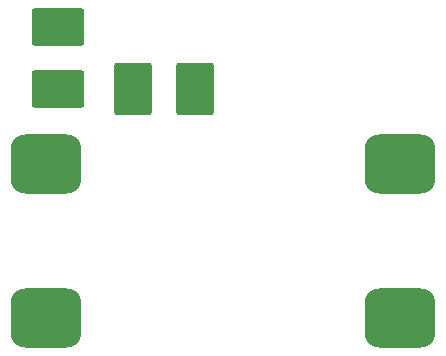
<source format=gbr>
%TF.GenerationSoftware,KiCad,Pcbnew,8.0.2*%
%TF.CreationDate,2024-06-16T11:32:46+08:00*%
%TF.ProjectId,receiver,72656365-6976-4657-922e-6b696361645f,rev?*%
%TF.SameCoordinates,Original*%
%TF.FileFunction,Paste,Top*%
%TF.FilePolarity,Positive*%
%FSLAX46Y46*%
G04 Gerber Fmt 4.6, Leading zero omitted, Abs format (unit mm)*
G04 Created by KiCad (PCBNEW 8.0.2) date 2024-06-16 11:32:46*
%MOMM*%
%LPD*%
G01*
G04 APERTURE LIST*
G04 Aperture macros list*
%AMRoundRect*
0 Rectangle with rounded corners*
0 $1 Rounding radius*
0 $2 $3 $4 $5 $6 $7 $8 $9 X,Y pos of 4 corners*
0 Add a 4 corners polygon primitive as box body*
4,1,4,$2,$3,$4,$5,$6,$7,$8,$9,$2,$3,0*
0 Add four circle primitives for the rounded corners*
1,1,$1+$1,$2,$3*
1,1,$1+$1,$4,$5*
1,1,$1+$1,$6,$7*
1,1,$1+$1,$8,$9*
0 Add four rect primitives between the rounded corners*
20,1,$1+$1,$2,$3,$4,$5,0*
20,1,$1+$1,$4,$5,$6,$7,0*
20,1,$1+$1,$6,$7,$8,$9,0*
20,1,$1+$1,$8,$9,$2,$3,0*%
G04 Aperture macros list end*
%ADD10RoundRect,0.250000X-1.350000X-1.975000X1.350000X-1.975000X1.350000X1.975000X-1.350000X1.975000X0*%
%ADD11RoundRect,0.250000X1.975000X-1.350000X1.975000X1.350000X-1.975000X1.350000X-1.975000X-1.350000X0*%
%ADD12RoundRect,1.250000X-1.750000X-1.250000X1.750000X-1.250000X1.750000X1.250000X-1.750000X1.250000X0*%
G04 APERTURE END LIST*
D10*
%TO.C,SW1*%
X110500000Y-102900000D03*
X115700000Y-102900000D03*
%TD*%
D11*
%TO.C,BT1*%
X104100000Y-102900000D03*
X104100000Y-97700000D03*
%TD*%
D12*
%TO.C,U1*%
X133100000Y-109300000D03*
X133100000Y-122300000D03*
X103100000Y-122300000D03*
X103100000Y-109300000D03*
%TD*%
M02*

</source>
